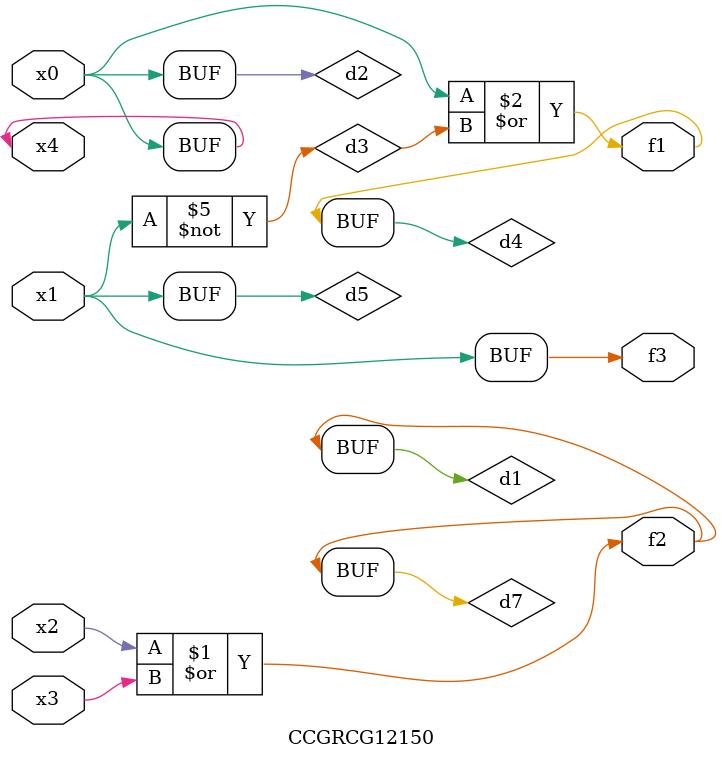
<source format=v>
module CCGRCG12150(
	input x0, x1, x2, x3, x4,
	output f1, f2, f3
);

	wire d1, d2, d3, d4, d5, d6, d7;

	or (d1, x2, x3);
	buf (d2, x0, x4);
	not (d3, x1);
	or (d4, d2, d3);
	not (d5, d3);
	nand (d6, d1, d3);
	or (d7, d1);
	assign f1 = d4;
	assign f2 = d7;
	assign f3 = d5;
endmodule

</source>
